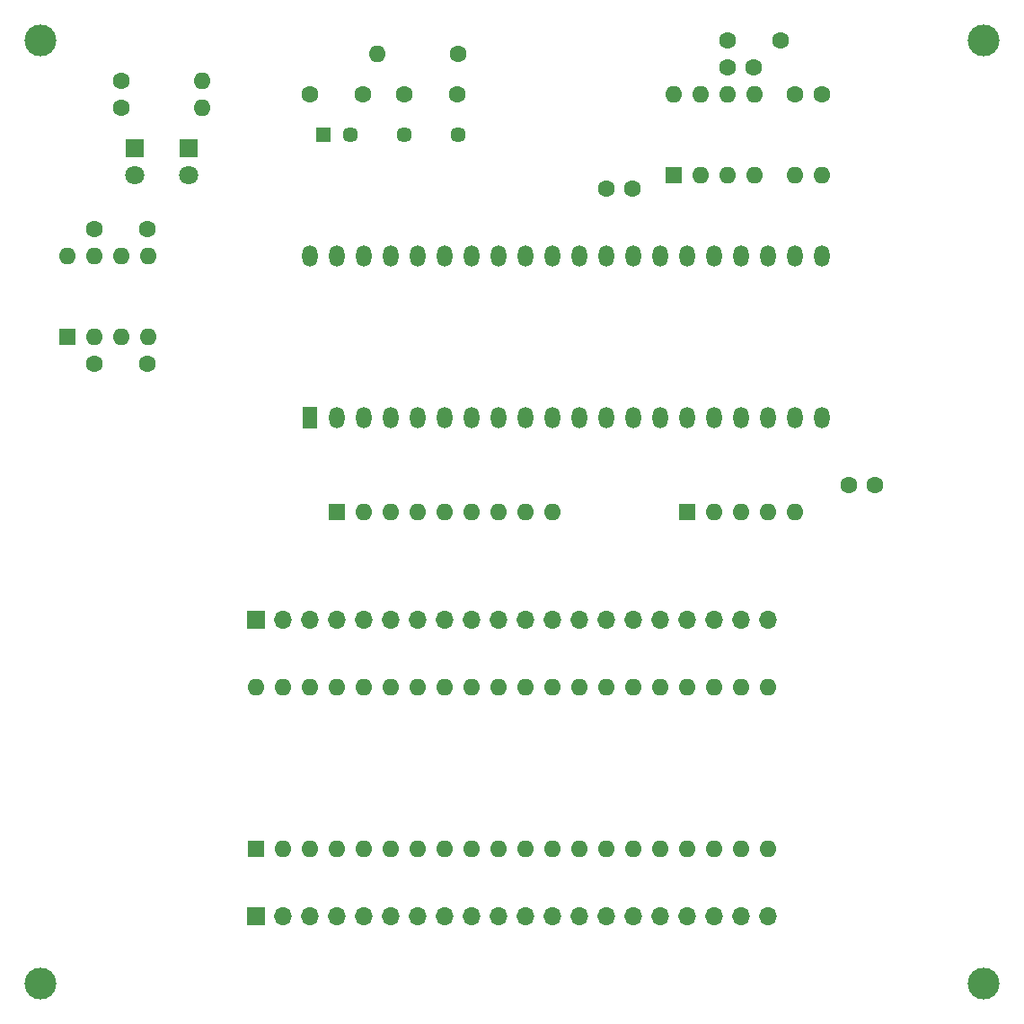
<source format=gbr>
%TF.GenerationSoftware,KiCad,Pcbnew,8.0.4*%
%TF.CreationDate,2024-08-29T15:53:48+09:00*%
%TF.ProjectId,TangNano8080MEM,54616e67-4e61-46e6-9f38-3038304d454d,rev?*%
%TF.SameCoordinates,Original*%
%TF.FileFunction,Soldermask,Top*%
%TF.FilePolarity,Negative*%
%FSLAX46Y46*%
G04 Gerber Fmt 4.6, Leading zero omitted, Abs format (unit mm)*
G04 Created by KiCad (PCBNEW 8.0.4) date 2024-08-29 15:53:48*
%MOMM*%
%LPD*%
G01*
G04 APERTURE LIST*
%ADD10C,1.600000*%
%ADD11O,1.600000X1.600000*%
%ADD12R,1.800000X1.800000*%
%ADD13C,1.800000*%
%ADD14C,3.000000*%
%ADD15R,1.600000X1.600000*%
%ADD16R,1.700000X1.700000*%
%ADD17O,1.700000X1.700000*%
%ADD18R,1.440000X2.000000*%
%ADD19O,1.440000X2.000000*%
%ADD20R,1.450000X1.450000*%
%ADD21C,1.450000*%
G04 APERTURE END LIST*
D10*
%TO.C,R3*%
X12700000Y-11430000D03*
D11*
X20320000Y-11430000D03*
%TD*%
D12*
%TO.C,D2*%
X13970000Y-15240000D03*
D13*
X13970000Y-17780000D03*
%TD*%
D10*
%TO.C,C5*%
X69850000Y-7620000D03*
X72350000Y-7620000D03*
%TD*%
D14*
%TO.C,REF\u002A\u002A*%
X93980000Y-93980000D03*
%TD*%
D10*
%TO.C,C8*%
X60920000Y-19050000D03*
X58420000Y-19050000D03*
%TD*%
%TO.C,C6*%
X69850000Y-5080000D03*
X74850000Y-5080000D03*
%TD*%
D11*
%TO.C,R4*%
X78740000Y-17780000D03*
D10*
X78740000Y-10160000D03*
%TD*%
%TO.C,R2*%
X12700000Y-8890000D03*
D11*
X20320000Y-8890000D03*
%TD*%
D15*
%TO.C,PS2*%
X7620000Y-33020000D03*
D11*
X10160000Y-33020000D03*
X12700000Y-33020000D03*
X15240000Y-33020000D03*
X15240000Y-25400000D03*
X12700000Y-25400000D03*
X10160000Y-25400000D03*
X7620000Y-25400000D03*
%TD*%
D10*
%TO.C,C2*%
X44370000Y-10160000D03*
X39370000Y-10160000D03*
%TD*%
D16*
%TO.C,J2*%
X25400000Y-87630000D03*
D17*
X27940000Y-87630000D03*
X30480000Y-87630000D03*
X33020000Y-87630000D03*
X35560000Y-87630000D03*
X38100000Y-87630000D03*
X40640000Y-87630000D03*
X43180000Y-87630000D03*
X45720000Y-87630000D03*
X48260000Y-87630000D03*
X50800000Y-87630000D03*
X53340000Y-87630000D03*
X55880000Y-87630000D03*
X58420000Y-87630000D03*
X60960000Y-87630000D03*
X63500000Y-87630000D03*
X66040000Y-87630000D03*
X68580000Y-87630000D03*
X71120000Y-87630000D03*
X73660000Y-87630000D03*
%TD*%
D15*
%TO.C,U1*%
X64770000Y-17780000D03*
D11*
X67310000Y-17780000D03*
X69850000Y-17780000D03*
X72390000Y-17780000D03*
X72390000Y-10160000D03*
X69850000Y-10160000D03*
X67310000Y-10160000D03*
X64770000Y-10160000D03*
%TD*%
D18*
%TO.C,U2*%
X30480000Y-40640000D03*
D19*
X33020000Y-40640000D03*
X35560000Y-40640000D03*
X38100000Y-40640000D03*
X40640000Y-40640000D03*
X43180000Y-40640000D03*
X45720000Y-40640000D03*
X48260000Y-40640000D03*
X50800000Y-40640000D03*
X53340000Y-40640000D03*
X55880000Y-40640000D03*
X58420000Y-40640000D03*
X60960000Y-40640000D03*
X63500000Y-40640000D03*
X66040000Y-40640000D03*
X68580000Y-40640000D03*
X71120000Y-40640000D03*
X73660000Y-40640000D03*
X76200000Y-40640000D03*
X78740000Y-40640000D03*
X78740000Y-25400000D03*
X76200000Y-25400000D03*
X73660000Y-25400000D03*
X71120000Y-25400000D03*
X68580000Y-25400000D03*
X66040000Y-25400000D03*
X63500000Y-25400000D03*
X60960000Y-25400000D03*
X58420000Y-25400000D03*
X55880000Y-25400000D03*
X53340000Y-25400000D03*
X50800000Y-25400000D03*
X48260000Y-25400000D03*
X45720000Y-25400000D03*
X43180000Y-25400000D03*
X40640000Y-25400000D03*
X38100000Y-25400000D03*
X35560000Y-25400000D03*
X33020000Y-25400000D03*
X30480000Y-25400000D03*
%TD*%
D15*
%TO.C,J1*%
X25400000Y-81280000D03*
D11*
X27940000Y-81280000D03*
X30480000Y-81280000D03*
X33020000Y-81280000D03*
X35560000Y-81280000D03*
X38100000Y-81280000D03*
X40640000Y-81280000D03*
X43180000Y-81280000D03*
X45720000Y-81280000D03*
X48260000Y-81280000D03*
X50800000Y-81280000D03*
X53340000Y-81280000D03*
X55880000Y-81280000D03*
X58420000Y-81280000D03*
X60960000Y-81280000D03*
X63500000Y-81280000D03*
X66040000Y-81280000D03*
X68580000Y-81280000D03*
X71120000Y-81280000D03*
X73660000Y-81280000D03*
X73660000Y-66040000D03*
X71120000Y-66040000D03*
X68580000Y-66040000D03*
X66040000Y-66040000D03*
X63500000Y-66040000D03*
X60960000Y-66040000D03*
X58420000Y-66040000D03*
X55880000Y-66040000D03*
X53340000Y-66040000D03*
X50800000Y-66040000D03*
X48260000Y-66040000D03*
X45720000Y-66040000D03*
X43180000Y-66040000D03*
X40640000Y-66040000D03*
X38100000Y-66040000D03*
X35560000Y-66040000D03*
X33020000Y-66040000D03*
X30480000Y-66040000D03*
X27940000Y-66040000D03*
X25400000Y-66040000D03*
%TD*%
D14*
%TO.C,REF\u002A\u002A*%
X5080000Y-5080000D03*
%TD*%
D12*
%TO.C,D1*%
X19050000Y-15240000D03*
D13*
X19050000Y-17780000D03*
%TD*%
D15*
%TO.C,RN2*%
X66040000Y-49530000D03*
D11*
X68580000Y-49530000D03*
X71120000Y-49530000D03*
X73660000Y-49530000D03*
X76200000Y-49530000D03*
%TD*%
D15*
%TO.C,RN1*%
X33020000Y-49530000D03*
D11*
X35560000Y-49530000D03*
X38100000Y-49530000D03*
X40640000Y-49530000D03*
X43180000Y-49530000D03*
X45720000Y-49530000D03*
X48260000Y-49530000D03*
X50800000Y-49530000D03*
X53340000Y-49530000D03*
%TD*%
D10*
%TO.C,R5*%
X76200000Y-10160000D03*
D11*
X76200000Y-17780000D03*
%TD*%
D10*
%TO.C,C3*%
X10160000Y-35560000D03*
X15160000Y-35560000D03*
%TD*%
%TO.C,C1*%
X30480000Y-10160000D03*
X35480000Y-10160000D03*
%TD*%
D14*
%TO.C,REF\u002A\u002A*%
X5080000Y-93980000D03*
%TD*%
D20*
%TO.C,PS1*%
X31750000Y-13970000D03*
D21*
X34290000Y-13970000D03*
X39370000Y-13970000D03*
X44450000Y-13970000D03*
%TD*%
D10*
%TO.C,C7*%
X81280000Y-46990000D03*
X83780000Y-46990000D03*
%TD*%
D16*
%TO.C,J3*%
X25400000Y-59690000D03*
D17*
X27940000Y-59690000D03*
X30480000Y-59690000D03*
X33020000Y-59690000D03*
X35560000Y-59690000D03*
X38100000Y-59690000D03*
X40640000Y-59690000D03*
X43180000Y-59690000D03*
X45720000Y-59690000D03*
X48260000Y-59690000D03*
X50800000Y-59690000D03*
X53340000Y-59690000D03*
X55880000Y-59690000D03*
X58420000Y-59690000D03*
X60960000Y-59690000D03*
X63500000Y-59690000D03*
X66040000Y-59690000D03*
X68580000Y-59690000D03*
X71120000Y-59690000D03*
X73660000Y-59690000D03*
%TD*%
D10*
%TO.C,C4*%
X15160000Y-22860000D03*
X10160000Y-22860000D03*
%TD*%
%TO.C,R1*%
X44450000Y-6350000D03*
D11*
X36830000Y-6350000D03*
%TD*%
D14*
%TO.C,REF\u002A\u002A*%
X93980000Y-5080000D03*
%TD*%
M02*

</source>
